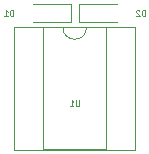
<source format=gbo>
G04 #@! TF.FileFunction,Legend,Bot*
%FSLAX46Y46*%
G04 Gerber Fmt 4.6, Leading zero omitted, Abs format (unit mm)*
G04 Created by KiCad (PCBNEW 4.0.7) date Friday, 10 August 2018 'AMt' 11:40:38 AM*
%MOMM*%
%LPD*%
G01*
G04 APERTURE LIST*
%ADD10C,0.100000*%
%ADD11C,0.120000*%
G04 APERTURE END LIST*
D10*
D11*
X166640000Y-114240000D02*
G75*
G03X168640000Y-114240000I1000000J0D01*
G01*
X168640000Y-114240000D02*
X170290000Y-114240000D01*
X170290000Y-114240000D02*
X170290000Y-124520000D01*
X170290000Y-124520000D02*
X164990000Y-124520000D01*
X164990000Y-124520000D02*
X164990000Y-114240000D01*
X164990000Y-114240000D02*
X166640000Y-114240000D01*
X172780000Y-114180000D02*
X172780000Y-124580000D01*
X172780000Y-124580000D02*
X162500000Y-124580000D01*
X162500000Y-124580000D02*
X162500000Y-114180000D01*
X162500000Y-114180000D02*
X172780000Y-114180000D01*
X164100000Y-113780000D02*
X167300000Y-113780000D01*
X167300000Y-112280000D02*
X164100000Y-112280000D01*
X167300000Y-112280000D02*
X167300000Y-113780000D01*
X171180000Y-112280000D02*
X167980000Y-112280000D01*
X167980000Y-113780000D02*
X171180000Y-113780000D01*
X167980000Y-113780000D02*
X167980000Y-112280000D01*
D10*
X168020952Y-120376190D02*
X168020952Y-120780952D01*
X167997143Y-120828571D01*
X167973333Y-120852381D01*
X167925714Y-120876190D01*
X167830476Y-120876190D01*
X167782857Y-120852381D01*
X167759048Y-120828571D01*
X167735238Y-120780952D01*
X167735238Y-120376190D01*
X167235238Y-120876190D02*
X167520952Y-120876190D01*
X167378095Y-120876190D02*
X167378095Y-120376190D01*
X167425714Y-120447619D01*
X167473333Y-120495238D01*
X167520952Y-120519048D01*
X162429047Y-113256190D02*
X162429047Y-112756190D01*
X162310000Y-112756190D01*
X162238571Y-112780000D01*
X162190952Y-112827619D01*
X162167143Y-112875238D01*
X162143333Y-112970476D01*
X162143333Y-113041905D01*
X162167143Y-113137143D01*
X162190952Y-113184762D01*
X162238571Y-113232381D01*
X162310000Y-113256190D01*
X162429047Y-113256190D01*
X161667143Y-113256190D02*
X161952857Y-113256190D01*
X161810000Y-113256190D02*
X161810000Y-112756190D01*
X161857619Y-112827619D01*
X161905238Y-112875238D01*
X161952857Y-112899048D01*
X173599047Y-113256190D02*
X173599047Y-112756190D01*
X173480000Y-112756190D01*
X173408571Y-112780000D01*
X173360952Y-112827619D01*
X173337143Y-112875238D01*
X173313333Y-112970476D01*
X173313333Y-113041905D01*
X173337143Y-113137143D01*
X173360952Y-113184762D01*
X173408571Y-113232381D01*
X173480000Y-113256190D01*
X173599047Y-113256190D01*
X173122857Y-112803810D02*
X173099047Y-112780000D01*
X173051428Y-112756190D01*
X172932381Y-112756190D01*
X172884762Y-112780000D01*
X172860952Y-112803810D01*
X172837143Y-112851429D01*
X172837143Y-112899048D01*
X172860952Y-112970476D01*
X173146666Y-113256190D01*
X172837143Y-113256190D01*
M02*

</source>
